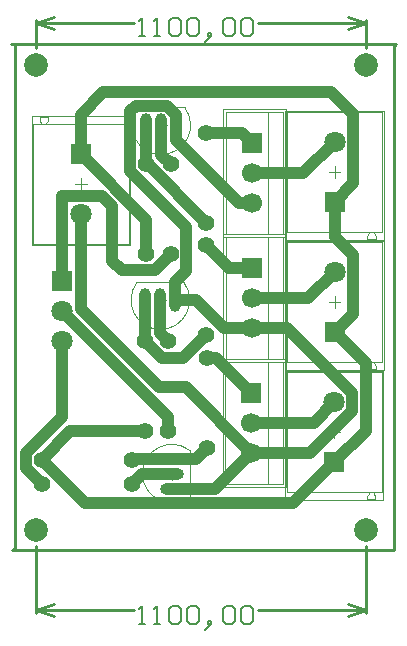
<source format=gbl>
G04*
G04 #@! TF.GenerationSoftware,Altium Limited,Altium Designer,19.0.15 (446)*
G04*
G04 Layer_Physical_Order=2*
G04 Layer_Color=16711680*
%FSLAX44Y44*%
%MOMM*%
G71*
G01*
G75*
%ADD12C,0.2540*%
%ADD13C,0.1000*%
%ADD14C,0.0500*%
%ADD25C,2.0066*%
%ADD26C,1.8000*%
%ADD27R,1.8000X1.8000*%
%ADD28C,1.4000*%
%ADD29O,1.0000X2.0000*%
%ADD30O,1.0000X2.0000*%
%ADD31O,2.0000X1.0000*%
%ADD32O,2.0000X1.0000*%
%ADD33C,1.7000*%
%ADD34R,1.7000X1.7000*%
%ADD35C,0.1524*%
%ADD36C,1.0160*%
D12*
X197000Y63000D02*
Y490000D01*
X195000Y61000D02*
X197000Y63000D01*
X195000Y61000D02*
X518000D01*
Y488000D01*
X520000Y490000D01*
X194000D02*
X520000D01*
X214630Y8126D02*
Y65151D01*
X494030Y8126D02*
Y65151D01*
X214630Y10666D02*
X297958D01*
X402574D02*
X494030D01*
X214630D02*
X229870Y5586D01*
X214630Y10666D02*
X229870Y15746D01*
X478790D02*
X494030Y10666D01*
X478790Y5586D02*
X494030Y10666D01*
Y486029D02*
Y510540D01*
X214630Y486029D02*
Y510540D01*
X402574Y508000D02*
X494030D01*
X214630D02*
X297958D01*
X478790Y513080D02*
X494030Y508000D01*
X478790Y502920D02*
X494030Y508000D01*
X214630D02*
X229870Y502920D01*
X214630Y508000D02*
X229870Y513080D01*
D13*
X300500Y288000D02*
G03*
X340100Y288000I19800J-15000D01*
G01*
X301200Y436112D02*
G03*
X340800Y436112I19800J-15000D01*
G01*
X345000Y145800D02*
G03*
X345000Y106200I-15000J-19800D01*
G01*
X218130Y424982D02*
X219629Y423200D01*
Y421913D02*
Y423200D01*
X218130Y424984D02*
Y427612D01*
X293398Y320313D02*
Y421913D01*
X212399Y320313D02*
Y421913D01*
X293398D01*
X212399Y320313D02*
X293398D01*
X218130Y427612D02*
X225267D01*
X225268Y427611D01*
Y424984D02*
Y427613D01*
X223768Y421913D02*
Y423200D01*
X225270Y424982D01*
X501000Y219297D02*
X502499Y217514D01*
X501000Y219297D02*
Y220583D01*
X502499Y214884D02*
Y217512D01*
X427230Y220583D02*
Y322183D01*
X508230Y220583D02*
Y322183D01*
X427230Y220583D02*
X508230D01*
X427230Y322183D02*
X508230D01*
X495362Y214884D02*
X502499D01*
X495361Y214885D02*
X495362Y214884D01*
X495361Y214883D02*
Y217513D01*
X496861Y219297D02*
Y220583D01*
X495359Y217514D02*
X496861Y219297D01*
X500855Y109061D02*
X502354Y107278D01*
X500855Y109061D02*
Y110347D01*
X502354Y104648D02*
Y107276D01*
X427085Y110347D02*
Y211947D01*
X508085Y110347D02*
Y211947D01*
X427085Y110347D02*
X508085D01*
X427085Y211947D02*
X508085D01*
X495217Y104648D02*
X502354D01*
X495216Y104649D02*
X495217Y104648D01*
X495216Y104647D02*
Y107277D01*
X496716Y109061D02*
Y110347D01*
X495214Y107278D02*
X496716Y109061D01*
X501000Y329425D02*
X502499Y327642D01*
X501000Y329425D02*
Y330711D01*
X502499Y325012D02*
Y327640D01*
X427230Y330711D02*
Y432311D01*
X508230Y330711D02*
Y432311D01*
X427230Y330711D02*
X508230D01*
X427230Y432311D02*
X508230D01*
X495362Y325012D02*
X502499D01*
X495361Y325013D02*
X495362Y325012D01*
X495361Y325011D02*
Y327640D01*
X496861Y329425D02*
Y330711D01*
X495359Y327642D02*
X496861Y329425D01*
X300500Y288000D02*
X340100D01*
X301200Y436112D02*
X340800D01*
X345000Y106200D02*
Y145800D01*
X411680Y329104D02*
Y432104D01*
X375680Y329104D02*
X424180D01*
X375680Y432104D02*
X424180D01*
Y329104D02*
Y432104D01*
X375680Y329104D02*
Y432104D01*
X411680Y223186D02*
Y326186D01*
X375680Y223186D02*
X424180D01*
X375680Y326186D02*
X424180D01*
Y223186D02*
Y326186D01*
X375680Y223186D02*
Y326186D01*
X411426Y117522D02*
Y220522D01*
X375426Y117522D02*
X423926D01*
X375426Y220522D02*
X423926D01*
Y117522D02*
Y220522D01*
X375426Y117522D02*
Y220522D01*
X252900Y366112D02*
Y376112D01*
X247900Y371112D02*
X257900D01*
X467729Y266384D02*
Y276384D01*
X462729Y271384D02*
X472729D01*
X467584Y156148D02*
Y166148D01*
X462584Y161148D02*
X472584D01*
X467729Y376512D02*
Y386512D01*
X462729Y381512D02*
X472729D01*
X320300Y268000D02*
Y278000D01*
X315300Y273000D02*
X325300D01*
X316000Y421112D02*
X326000D01*
X321000Y416112D02*
Y426112D01*
X330000Y121000D02*
Y131000D01*
X325000Y126000D02*
X335000D01*
X397480Y375604D02*
Y385604D01*
X392480Y380604D02*
X402480D01*
X397480Y269686D02*
Y279686D01*
X392480Y274686D02*
X402480D01*
X397226Y164022D02*
Y174022D01*
X392226Y169022D02*
X402226D01*
D14*
X211400Y319313D02*
X294400D01*
X294399D02*
Y428611D01*
X211400Y319313D02*
Y428611D01*
X294399D01*
X426229Y323183D02*
X509230D01*
X426230Y213885D02*
Y323183D01*
X509230Y213885D02*
Y323183D01*
X426230Y213885D02*
X509230D01*
X426085Y212947D02*
X509085D01*
X426085Y103649D02*
Y212947D01*
X509085Y103649D02*
Y212947D01*
X426085Y103649D02*
X509085D01*
X426229Y433311D02*
X509230D01*
X426230Y324013D02*
Y433311D01*
X509230Y324013D02*
Y433311D01*
X426230Y324013D02*
X509230D01*
X373180Y326604D02*
X426680D01*
X373180Y434604D02*
X426680D01*
Y326604D02*
Y434604D01*
X373180Y326604D02*
Y434604D01*
Y220686D02*
X426680D01*
X373180Y328686D02*
X426680D01*
Y220686D02*
Y328686D01*
X373180Y220686D02*
Y328686D01*
X372926Y115022D02*
X426426D01*
X372926Y223022D02*
X426426D01*
Y115022D02*
Y223022D01*
X372926Y115022D02*
Y223022D01*
D25*
X494030Y78740D02*
D03*
X214630D02*
D03*
X494030Y472440D02*
D03*
X214630D02*
D03*
D26*
X252900Y345712D02*
D03*
X467729Y296784D02*
D03*
X467584Y186548D02*
D03*
X467729Y406912D02*
D03*
X237000Y264112D02*
D03*
Y238712D02*
D03*
D27*
X252900Y396512D02*
D03*
X467729Y245984D02*
D03*
X467584Y135748D02*
D03*
X467729Y356112D02*
D03*
X237000Y289512D02*
D03*
D28*
X359460Y147990D02*
D03*
Y224190D02*
D03*
X307000Y161900D02*
D03*
Y238100D02*
D03*
X327000Y161900D02*
D03*
Y238100D02*
D03*
X308300Y388000D02*
D03*
Y311800D02*
D03*
X296100Y138000D02*
D03*
X219900D02*
D03*
X329000Y311800D02*
D03*
Y388000D02*
D03*
X219900Y117000D02*
D03*
X296100D02*
D03*
X359206Y243240D02*
D03*
Y319440D02*
D03*
Y338236D02*
D03*
Y414436D02*
D03*
D29*
X307600Y273000D02*
D03*
X333000D02*
D03*
X333700Y421112D02*
D03*
X308300D02*
D03*
D30*
X320300Y273000D02*
D03*
X321000Y421112D02*
D03*
D31*
X330000Y113300D02*
D03*
Y138700D02*
D03*
D32*
Y126000D02*
D03*
D33*
X397480Y355204D02*
D03*
Y380604D02*
D03*
Y249286D02*
D03*
Y274686D02*
D03*
X397226Y143622D02*
D03*
Y169022D02*
D03*
D34*
X397480Y406004D02*
D03*
Y300086D02*
D03*
X397226Y194422D02*
D03*
D35*
X302022Y-1015D02*
X307100D01*
X304561D01*
Y14220D01*
X302022Y11681D01*
X314718Y-1015D02*
X319796D01*
X317257D01*
Y14220D01*
X314718Y11681D01*
X327413D02*
X329953Y14220D01*
X335031D01*
X337570Y11681D01*
Y1524D01*
X335031Y-1015D01*
X329953D01*
X327413Y1524D01*
Y11681D01*
X342648D02*
X345188Y14220D01*
X350266D01*
X352805Y11681D01*
Y1524D01*
X350266Y-1015D01*
X345188D01*
X342648Y1524D01*
Y11681D01*
X360423Y-3554D02*
X362962Y-1015D01*
Y1524D01*
X360423D01*
Y-1015D01*
X362962D01*
X360423Y-3554D01*
X357883Y-6094D01*
X373119Y11681D02*
X375658Y14220D01*
X380736D01*
X383275Y11681D01*
Y1524D01*
X380736Y-1015D01*
X375658D01*
X373119Y1524D01*
Y11681D01*
X388354D02*
X390893Y14220D01*
X395971D01*
X398510Y11681D01*
Y1524D01*
X395971Y-1015D01*
X390893D01*
X388354Y1524D01*
Y11681D01*
X302022Y496319D02*
X307100D01*
X304561D01*
Y511554D01*
X302022Y509015D01*
X314718Y496319D02*
X319796D01*
X317257D01*
Y511554D01*
X314718Y509015D01*
X327413D02*
X329953Y511554D01*
X335031D01*
X337570Y509015D01*
Y498858D01*
X335031Y496319D01*
X329953D01*
X327413Y498858D01*
Y509015D01*
X342648D02*
X345188Y511554D01*
X350266D01*
X352805Y509015D01*
Y498858D01*
X350266Y496319D01*
X345188D01*
X342648Y498858D01*
Y509015D01*
X360423Y493780D02*
X362962Y496319D01*
Y498858D01*
X360423D01*
Y496319D01*
X362962D01*
X360423Y493780D01*
X357883Y491241D01*
X373119Y509015D02*
X375658Y511554D01*
X380736D01*
X383275Y509015D01*
Y498858D01*
X380736Y496319D01*
X375658D01*
X373119Y498858D01*
Y509015D01*
X388354D02*
X390893Y511554D01*
X395971D01*
X398510Y509015D01*
Y498858D01*
X395971Y496319D01*
X390893D01*
X388354Y498858D01*
Y509015D01*
D36*
X206472Y143452D02*
X237000Y173979D01*
X206472Y130428D02*
Y143452D01*
X237000Y173979D02*
Y238712D01*
X206472Y130428D02*
X219900Y117000D01*
Y138000D02*
X256900Y101000D01*
X219900Y138000D02*
X243800Y161900D01*
X237000Y360840D02*
X237460Y361300D01*
X237000Y289512D02*
Y360840D01*
X237460Y361300D02*
X270767D01*
X294864Y382556D02*
Y432864D01*
X299500Y437500D01*
X325663D01*
X483332Y371715D02*
Y430668D01*
X465070Y448930D02*
X483332Y430668D01*
X271930Y448930D02*
X465070D01*
X252900Y429900D02*
X271930Y448930D01*
X252900Y396512D02*
Y429900D01*
X325663Y437500D02*
X333620Y429543D01*
Y421192D02*
Y429543D01*
Y421192D02*
X333700Y421112D01*
X432836Y101000D02*
X467584Y135748D01*
X256900Y101000D02*
X432836D01*
X333700Y408290D02*
Y421112D01*
Y408290D02*
X386786Y355204D01*
X397480D01*
X397226Y143622D02*
X447374D01*
X482934Y179182D01*
Y193914D01*
X427562Y249286D02*
X482934Y193914D01*
X397480Y249286D02*
X427562D01*
X294864Y382556D02*
X342362Y335058D01*
Y297510D02*
Y335058D01*
X333000Y288148D02*
X342362Y297510D01*
X333000Y273000D02*
Y288148D01*
Y273000D02*
X350144D01*
X373858Y249286D01*
X397480D01*
X252900Y396512D02*
X308300Y341112D01*
Y311800D02*
Y341112D01*
X243800Y161900D02*
X307000D01*
X359206Y319440D02*
X378560Y300086D01*
X397480D01*
X339598Y223632D02*
X359206Y243240D01*
X321468Y223632D02*
X339598D01*
X307000Y238100D02*
X321468Y223632D01*
X305100Y126000D02*
X330000D01*
X296100Y117000D02*
X305100Y126000D01*
X296100Y138000D02*
X296800Y138700D01*
X330000D01*
X350169D01*
X359460Y147990D01*
X237000Y264112D02*
X327000Y174112D01*
Y161900D02*
Y174112D01*
X397226Y169022D02*
X450058D01*
X467584Y186548D01*
X467729Y356112D02*
X483332Y371715D01*
X341854Y198994D02*
X397226Y143622D01*
X319398Y198994D02*
X341854D01*
X252900Y265492D02*
X319398Y198994D01*
X252900Y265492D02*
Y345712D01*
X467729Y245984D02*
X494364Y219349D01*
Y162528D02*
Y219349D01*
X467584Y135748D02*
X494364Y162528D01*
X307000Y238100D02*
X307520Y272920D01*
X307600Y273000D01*
X367458Y224190D02*
X397226Y194422D01*
X359460Y224190D02*
X367458D01*
X330000Y113300D02*
X366904D01*
X397226Y143622D01*
X315508Y298308D02*
X329000Y311800D01*
X287644Y298308D02*
X315508D01*
X279516Y306436D02*
X287644Y298308D01*
X279516Y306436D02*
Y352551D01*
X270767Y361300D02*
X279516Y352551D01*
X308300Y388000D02*
X309442D01*
X359206Y338236D01*
X397480Y380604D02*
X441421D01*
X467729Y406912D01*
X320300Y244800D02*
X327000Y238100D01*
X320300Y244800D02*
Y273000D01*
X321000Y396000D02*
X329000Y388000D01*
X321000Y396000D02*
Y421112D01*
X359206Y414436D02*
X389048D01*
X397480Y406004D01*
X467729Y245984D02*
X483079Y261334D01*
Y311098D01*
X467729Y326448D02*
X483079Y311098D01*
X467729Y326448D02*
Y356112D01*
X308300Y388000D02*
Y421112D01*
X397480Y274686D02*
X445631D01*
X467729Y296784D01*
M02*

</source>
